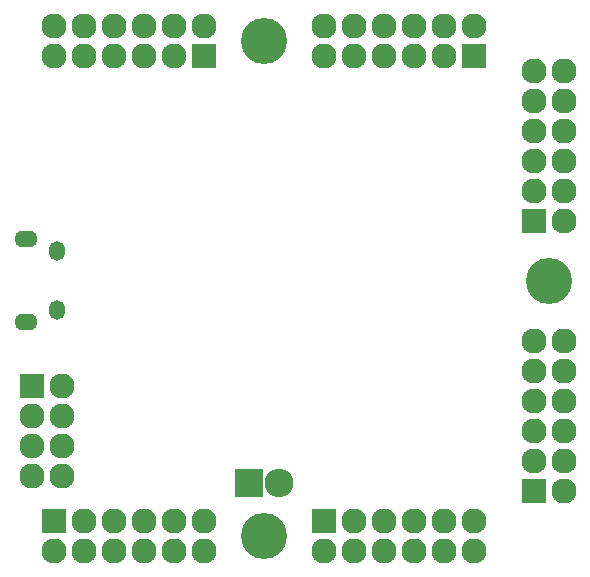
<source format=gbs>
G04 #@! TF.FileFunction,Soldermask,Bot*
%FSLAX46Y46*%
G04 Gerber Fmt 4.6, Leading zero omitted, Abs format (unit mm)*
G04 Created by KiCad (PCBNEW 0.201602101416+6546~42~ubuntu14.04.1-product) date Thu 11 Feb 2016 08:58:18 AM CET*
%MOMM*%
G01*
G04 APERTURE LIST*
%ADD10C,0.100000*%
%ADD11O,1.350000X1.650000*%
%ADD12O,1.950000X1.400000*%
%ADD13R,2.127200X2.127200*%
%ADD14O,2.127200X2.127200*%
%ADD15R,2.432000X2.432000*%
%ADD16O,2.432000X2.432000*%
%ADD17C,3.900000*%
G04 APERTURE END LIST*
D10*
D11*
X104432540Y-121959100D03*
X104432540Y-126959100D03*
D12*
X101732540Y-120959100D03*
X101732540Y-127959100D03*
D13*
X116840000Y-105410000D03*
D14*
X116840000Y-102870000D03*
X114300000Y-105410000D03*
X114300000Y-102870000D03*
X111760000Y-105410000D03*
X111760000Y-102870000D03*
X109220000Y-105410000D03*
X109220000Y-102870000D03*
X106680000Y-105410000D03*
X106680000Y-102870000D03*
X104140000Y-105410000D03*
X104140000Y-102870000D03*
D13*
X139700000Y-105410000D03*
D14*
X139700000Y-102870000D03*
X137160000Y-105410000D03*
X137160000Y-102870000D03*
X134620000Y-105410000D03*
X134620000Y-102870000D03*
X132080000Y-105410000D03*
X132080000Y-102870000D03*
X129540000Y-105410000D03*
X129540000Y-102870000D03*
X127000000Y-105410000D03*
X127000000Y-102870000D03*
D13*
X144780000Y-119380000D03*
D14*
X147320000Y-119380000D03*
X144780000Y-116840000D03*
X147320000Y-116840000D03*
X144780000Y-114300000D03*
X147320000Y-114300000D03*
X144780000Y-111760000D03*
X147320000Y-111760000D03*
X144780000Y-109220000D03*
X147320000Y-109220000D03*
X144780000Y-106680000D03*
X147320000Y-106680000D03*
D13*
X144780000Y-142240000D03*
D14*
X147320000Y-142240000D03*
X144780000Y-139700000D03*
X147320000Y-139700000D03*
X144780000Y-137160000D03*
X147320000Y-137160000D03*
X144780000Y-134620000D03*
X147320000Y-134620000D03*
X144780000Y-132080000D03*
X147320000Y-132080000D03*
X144780000Y-129540000D03*
X147320000Y-129540000D03*
D13*
X127000000Y-144780000D03*
D14*
X127000000Y-147320000D03*
X129540000Y-144780000D03*
X129540000Y-147320000D03*
X132080000Y-144780000D03*
X132080000Y-147320000D03*
X134620000Y-144780000D03*
X134620000Y-147320000D03*
X137160000Y-144780000D03*
X137160000Y-147320000D03*
X139700000Y-144780000D03*
X139700000Y-147320000D03*
D13*
X104140000Y-144780000D03*
D14*
X104140000Y-147320000D03*
X106680000Y-144780000D03*
X106680000Y-147320000D03*
X109220000Y-144780000D03*
X109220000Y-147320000D03*
X111760000Y-144780000D03*
X111760000Y-147320000D03*
X114300000Y-144780000D03*
X114300000Y-147320000D03*
X116840000Y-144780000D03*
X116840000Y-147320000D03*
D13*
X102235000Y-133350000D03*
D14*
X104775000Y-133350000D03*
X102235000Y-135890000D03*
X104775000Y-135890000D03*
X102235000Y-138430000D03*
X104775000Y-138430000D03*
X102235000Y-140970000D03*
X104775000Y-140970000D03*
D15*
X120650000Y-141605000D03*
D16*
X123190000Y-141605000D03*
D17*
X146050000Y-124460000D03*
X121920000Y-146050000D03*
X121920000Y-104140000D03*
M02*

</source>
